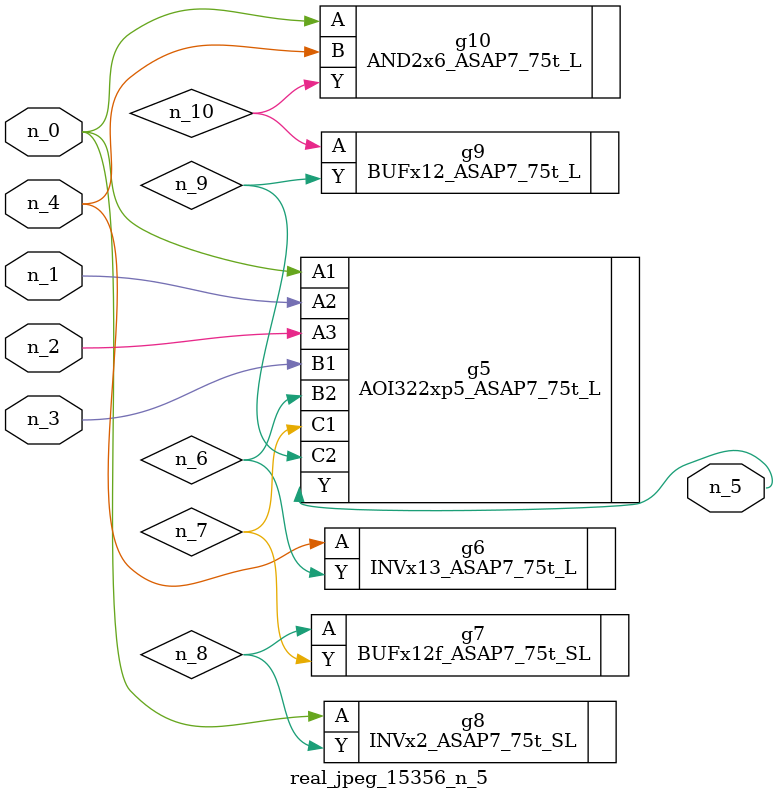
<source format=v>
module real_jpeg_15356_n_5 (n_4, n_0, n_1, n_2, n_3, n_5);

input n_4;
input n_0;
input n_1;
input n_2;
input n_3;

output n_5;

wire n_8;
wire n_6;
wire n_7;
wire n_10;
wire n_9;

AOI322xp5_ASAP7_75t_L g5 ( 
.A1(n_0),
.A2(n_1),
.A3(n_2),
.B1(n_3),
.B2(n_6),
.C1(n_7),
.C2(n_9),
.Y(n_5)
);

INVx2_ASAP7_75t_SL g8 ( 
.A(n_0),
.Y(n_8)
);

AND2x6_ASAP7_75t_L g10 ( 
.A(n_0),
.B(n_4),
.Y(n_10)
);

INVx13_ASAP7_75t_L g6 ( 
.A(n_4),
.Y(n_6)
);

BUFx12f_ASAP7_75t_SL g7 ( 
.A(n_8),
.Y(n_7)
);

BUFx12_ASAP7_75t_L g9 ( 
.A(n_10),
.Y(n_9)
);


endmodule
</source>
